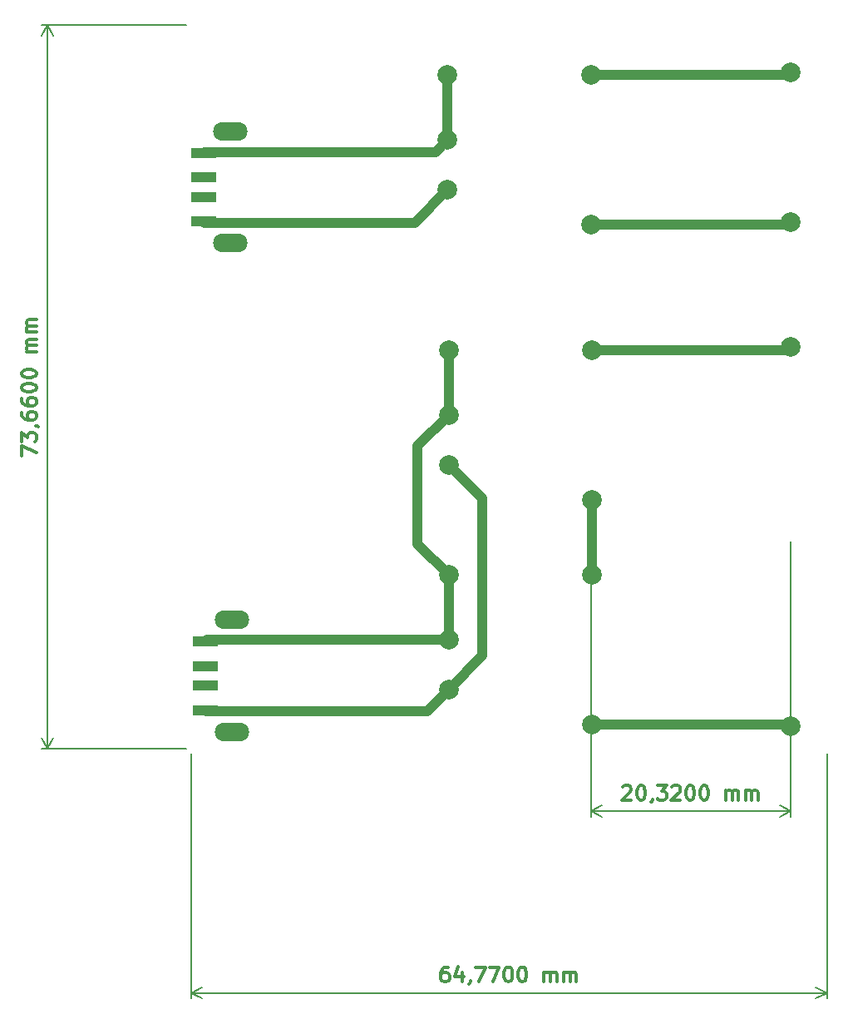
<source format=gbr>
%TF.GenerationSoftware,KiCad,Pcbnew,6.0.2+dfsg-1*%
%TF.CreationDate,2023-03-22T09:54:04+01:00*%
%TF.ProjectId,pcbfinal,70636266-696e-4616-9c2e-6b696361645f,rev?*%
%TF.SameCoordinates,Original*%
%TF.FileFunction,Copper,L1,Top*%
%TF.FilePolarity,Positive*%
%FSLAX46Y46*%
G04 Gerber Fmt 4.6, Leading zero omitted, Abs format (unit mm)*
G04 Created by KiCad (PCBNEW 6.0.2+dfsg-1) date 2023-03-22 09:54:04*
%MOMM*%
%LPD*%
G01*
G04 APERTURE LIST*
%ADD10C,0.300000*%
%TA.AperFunction,NonConductor*%
%ADD11C,0.300000*%
%TD*%
%TA.AperFunction,NonConductor*%
%ADD12C,0.200000*%
%TD*%
%TA.AperFunction,ComponentPad*%
%ADD13C,2.000000*%
%TD*%
%TA.AperFunction,SMDPad,CuDef*%
%ADD14R,2.500000X1.100000*%
%TD*%
%TA.AperFunction,ComponentPad*%
%ADD15O,3.500000X1.900000*%
%TD*%
%TA.AperFunction,Conductor*%
%ADD16C,1.000000*%
%TD*%
G04 APERTURE END LIST*
D10*
D11*
X112186571Y-83200000D02*
X112186571Y-82200000D01*
X113686571Y-82842857D01*
X112186571Y-81771428D02*
X112186571Y-80842857D01*
X112758000Y-81342857D01*
X112758000Y-81128571D01*
X112829428Y-80985714D01*
X112900857Y-80914285D01*
X113043714Y-80842857D01*
X113400857Y-80842857D01*
X113543714Y-80914285D01*
X113615142Y-80985714D01*
X113686571Y-81128571D01*
X113686571Y-81557142D01*
X113615142Y-81700000D01*
X113543714Y-81771428D01*
X113615142Y-80128571D02*
X113686571Y-80128571D01*
X113829428Y-80200000D01*
X113900857Y-80271428D01*
X112186571Y-78842857D02*
X112186571Y-79128571D01*
X112258000Y-79271428D01*
X112329428Y-79342857D01*
X112543714Y-79485714D01*
X112829428Y-79557142D01*
X113400857Y-79557142D01*
X113543714Y-79485714D01*
X113615142Y-79414285D01*
X113686571Y-79271428D01*
X113686571Y-78985714D01*
X113615142Y-78842857D01*
X113543714Y-78771428D01*
X113400857Y-78700000D01*
X113043714Y-78700000D01*
X112900857Y-78771428D01*
X112829428Y-78842857D01*
X112758000Y-78985714D01*
X112758000Y-79271428D01*
X112829428Y-79414285D01*
X112900857Y-79485714D01*
X113043714Y-79557142D01*
X112186571Y-77414285D02*
X112186571Y-77700000D01*
X112258000Y-77842857D01*
X112329428Y-77914285D01*
X112543714Y-78057142D01*
X112829428Y-78128571D01*
X113400857Y-78128571D01*
X113543714Y-78057142D01*
X113615142Y-77985714D01*
X113686571Y-77842857D01*
X113686571Y-77557142D01*
X113615142Y-77414285D01*
X113543714Y-77342857D01*
X113400857Y-77271428D01*
X113043714Y-77271428D01*
X112900857Y-77342857D01*
X112829428Y-77414285D01*
X112758000Y-77557142D01*
X112758000Y-77842857D01*
X112829428Y-77985714D01*
X112900857Y-78057142D01*
X113043714Y-78128571D01*
X112186571Y-76342857D02*
X112186571Y-76200000D01*
X112258000Y-76057142D01*
X112329428Y-75985714D01*
X112472285Y-75914285D01*
X112758000Y-75842857D01*
X113115142Y-75842857D01*
X113400857Y-75914285D01*
X113543714Y-75985714D01*
X113615142Y-76057142D01*
X113686571Y-76200000D01*
X113686571Y-76342857D01*
X113615142Y-76485714D01*
X113543714Y-76557142D01*
X113400857Y-76628571D01*
X113115142Y-76700000D01*
X112758000Y-76700000D01*
X112472285Y-76628571D01*
X112329428Y-76557142D01*
X112258000Y-76485714D01*
X112186571Y-76342857D01*
X112186571Y-74914285D02*
X112186571Y-74771428D01*
X112258000Y-74628571D01*
X112329428Y-74557142D01*
X112472285Y-74485714D01*
X112758000Y-74414285D01*
X113115142Y-74414285D01*
X113400857Y-74485714D01*
X113543714Y-74557142D01*
X113615142Y-74628571D01*
X113686571Y-74771428D01*
X113686571Y-74914285D01*
X113615142Y-75057142D01*
X113543714Y-75128571D01*
X113400857Y-75200000D01*
X113115142Y-75271428D01*
X112758000Y-75271428D01*
X112472285Y-75200000D01*
X112329428Y-75128571D01*
X112258000Y-75057142D01*
X112186571Y-74914285D01*
X113686571Y-72628571D02*
X112686571Y-72628571D01*
X112829428Y-72628571D02*
X112758000Y-72557142D01*
X112686571Y-72414285D01*
X112686571Y-72200000D01*
X112758000Y-72057142D01*
X112900857Y-71985714D01*
X113686571Y-71985714D01*
X112900857Y-71985714D02*
X112758000Y-71914285D01*
X112686571Y-71771428D01*
X112686571Y-71557142D01*
X112758000Y-71414285D01*
X112900857Y-71342857D01*
X113686571Y-71342857D01*
X113686571Y-70628571D02*
X112686571Y-70628571D01*
X112829428Y-70628571D02*
X112758000Y-70557142D01*
X112686571Y-70414285D01*
X112686571Y-70200000D01*
X112758000Y-70057142D01*
X112900857Y-69985714D01*
X113686571Y-69985714D01*
X112900857Y-69985714D02*
X112758000Y-69914285D01*
X112686571Y-69771428D01*
X112686571Y-69557142D01*
X112758000Y-69414285D01*
X112900857Y-69342857D01*
X113686571Y-69342857D01*
D12*
X128929521Y-113030000D02*
X114221580Y-113030000D01*
X128929521Y-39370000D02*
X114221580Y-39370000D01*
X114808000Y-113030000D02*
X114808000Y-39370000D01*
X114808000Y-113030000D02*
X114808000Y-39370000D01*
X114808000Y-113030000D02*
X115394421Y-111903496D01*
X114808000Y-113030000D02*
X114221579Y-111903496D01*
X114808000Y-39370000D02*
X114221579Y-40496504D01*
X114808000Y-39370000D02*
X115394421Y-40496504D01*
D10*
D11*
X155600235Y-135252568D02*
X155314521Y-135252568D01*
X155171663Y-135323997D01*
X155100235Y-135395425D01*
X154957378Y-135609711D01*
X154885949Y-135895425D01*
X154885949Y-136466854D01*
X154957378Y-136609711D01*
X155028806Y-136681139D01*
X155171663Y-136752568D01*
X155457378Y-136752568D01*
X155600235Y-136681139D01*
X155671663Y-136609711D01*
X155743092Y-136466854D01*
X155743092Y-136109711D01*
X155671663Y-135966854D01*
X155600235Y-135895425D01*
X155457378Y-135823997D01*
X155171663Y-135823997D01*
X155028806Y-135895425D01*
X154957378Y-135966854D01*
X154885949Y-136109711D01*
X157028806Y-135752568D02*
X157028806Y-136752568D01*
X156671663Y-135181139D02*
X156314521Y-136252568D01*
X157243092Y-136252568D01*
X157885949Y-136681139D02*
X157885949Y-136752568D01*
X157814521Y-136895425D01*
X157743092Y-136966854D01*
X158385949Y-135252568D02*
X159385949Y-135252568D01*
X158743092Y-136752568D01*
X159814521Y-135252568D02*
X160814521Y-135252568D01*
X160171663Y-136752568D01*
X161671663Y-135252568D02*
X161814521Y-135252568D01*
X161957378Y-135323997D01*
X162028806Y-135395425D01*
X162100235Y-135538282D01*
X162171663Y-135823997D01*
X162171663Y-136181139D01*
X162100235Y-136466854D01*
X162028806Y-136609711D01*
X161957378Y-136681139D01*
X161814521Y-136752568D01*
X161671663Y-136752568D01*
X161528806Y-136681139D01*
X161457378Y-136609711D01*
X161385949Y-136466854D01*
X161314521Y-136181139D01*
X161314521Y-135823997D01*
X161385949Y-135538282D01*
X161457378Y-135395425D01*
X161528806Y-135323997D01*
X161671663Y-135252568D01*
X163100235Y-135252568D02*
X163243092Y-135252568D01*
X163385949Y-135323997D01*
X163457378Y-135395425D01*
X163528806Y-135538282D01*
X163600235Y-135823997D01*
X163600235Y-136181139D01*
X163528806Y-136466854D01*
X163457378Y-136609711D01*
X163385949Y-136681139D01*
X163243092Y-136752568D01*
X163100235Y-136752568D01*
X162957378Y-136681139D01*
X162885949Y-136609711D01*
X162814521Y-136466854D01*
X162743092Y-136181139D01*
X162743092Y-135823997D01*
X162814521Y-135538282D01*
X162885949Y-135395425D01*
X162957378Y-135323997D01*
X163100235Y-135252568D01*
X165385949Y-136752568D02*
X165385949Y-135752568D01*
X165385949Y-135895425D02*
X165457378Y-135823997D01*
X165600235Y-135752568D01*
X165814521Y-135752568D01*
X165957378Y-135823997D01*
X166028806Y-135966854D01*
X166028806Y-136752568D01*
X166028806Y-135966854D02*
X166100235Y-135823997D01*
X166243092Y-135752568D01*
X166457378Y-135752568D01*
X166600235Y-135823997D01*
X166671663Y-135966854D01*
X166671663Y-136752568D01*
X167385949Y-136752568D02*
X167385949Y-135752568D01*
X167385949Y-135895425D02*
X167457378Y-135823997D01*
X167600235Y-135752568D01*
X167814521Y-135752568D01*
X167957378Y-135823997D01*
X168028806Y-135966854D01*
X168028806Y-136752568D01*
X168028806Y-135966854D02*
X168100235Y-135823997D01*
X168243092Y-135752568D01*
X168457378Y-135752568D01*
X168600235Y-135823997D01*
X168671663Y-135966854D01*
X168671663Y-136752568D01*
D12*
X129429521Y-113530000D02*
X129429521Y-138460417D01*
X194199521Y-113530000D02*
X194199521Y-138460417D01*
X129429521Y-137873997D02*
X194199521Y-137873997D01*
X129429521Y-137873997D02*
X194199521Y-137873997D01*
X129429521Y-137873997D02*
X130556025Y-138460418D01*
X129429521Y-137873997D02*
X130556025Y-137287576D01*
X194199521Y-137873997D02*
X193073017Y-137287576D01*
X194199521Y-137873997D02*
X193073017Y-138460418D01*
D10*
D11*
X173411428Y-116901428D02*
X173482857Y-116830000D01*
X173625714Y-116758571D01*
X173982857Y-116758571D01*
X174125714Y-116830000D01*
X174197142Y-116901428D01*
X174268571Y-117044285D01*
X174268571Y-117187142D01*
X174197142Y-117401428D01*
X173340000Y-118258571D01*
X174268571Y-118258571D01*
X175197142Y-116758571D02*
X175340000Y-116758571D01*
X175482857Y-116830000D01*
X175554285Y-116901428D01*
X175625714Y-117044285D01*
X175697142Y-117330000D01*
X175697142Y-117687142D01*
X175625714Y-117972857D01*
X175554285Y-118115714D01*
X175482857Y-118187142D01*
X175340000Y-118258571D01*
X175197142Y-118258571D01*
X175054285Y-118187142D01*
X174982857Y-118115714D01*
X174911428Y-117972857D01*
X174840000Y-117687142D01*
X174840000Y-117330000D01*
X174911428Y-117044285D01*
X174982857Y-116901428D01*
X175054285Y-116830000D01*
X175197142Y-116758571D01*
X176411428Y-118187142D02*
X176411428Y-118258571D01*
X176340000Y-118401428D01*
X176268571Y-118472857D01*
X176911428Y-116758571D02*
X177840000Y-116758571D01*
X177340000Y-117330000D01*
X177554285Y-117330000D01*
X177697142Y-117401428D01*
X177768571Y-117472857D01*
X177840000Y-117615714D01*
X177840000Y-117972857D01*
X177768571Y-118115714D01*
X177697142Y-118187142D01*
X177554285Y-118258571D01*
X177125714Y-118258571D01*
X176982857Y-118187142D01*
X176911428Y-118115714D01*
X178411428Y-116901428D02*
X178482857Y-116830000D01*
X178625714Y-116758571D01*
X178982857Y-116758571D01*
X179125714Y-116830000D01*
X179197142Y-116901428D01*
X179268571Y-117044285D01*
X179268571Y-117187142D01*
X179197142Y-117401428D01*
X178340000Y-118258571D01*
X179268571Y-118258571D01*
X180197142Y-116758571D02*
X180340000Y-116758571D01*
X180482857Y-116830000D01*
X180554285Y-116901428D01*
X180625714Y-117044285D01*
X180697142Y-117330000D01*
X180697142Y-117687142D01*
X180625714Y-117972857D01*
X180554285Y-118115714D01*
X180482857Y-118187142D01*
X180340000Y-118258571D01*
X180197142Y-118258571D01*
X180054285Y-118187142D01*
X179982857Y-118115714D01*
X179911428Y-117972857D01*
X179840000Y-117687142D01*
X179840000Y-117330000D01*
X179911428Y-117044285D01*
X179982857Y-116901428D01*
X180054285Y-116830000D01*
X180197142Y-116758571D01*
X181625714Y-116758571D02*
X181768571Y-116758571D01*
X181911428Y-116830000D01*
X181982857Y-116901428D01*
X182054285Y-117044285D01*
X182125714Y-117330000D01*
X182125714Y-117687142D01*
X182054285Y-117972857D01*
X181982857Y-118115714D01*
X181911428Y-118187142D01*
X181768571Y-118258571D01*
X181625714Y-118258571D01*
X181482857Y-118187142D01*
X181411428Y-118115714D01*
X181340000Y-117972857D01*
X181268571Y-117687142D01*
X181268571Y-117330000D01*
X181340000Y-117044285D01*
X181411428Y-116901428D01*
X181482857Y-116830000D01*
X181625714Y-116758571D01*
X183911428Y-118258571D02*
X183911428Y-117258571D01*
X183911428Y-117401428D02*
X183982857Y-117330000D01*
X184125714Y-117258571D01*
X184340000Y-117258571D01*
X184482857Y-117330000D01*
X184554285Y-117472857D01*
X184554285Y-118258571D01*
X184554285Y-117472857D02*
X184625714Y-117330000D01*
X184768571Y-117258571D01*
X184982857Y-117258571D01*
X185125714Y-117330000D01*
X185197142Y-117472857D01*
X185197142Y-118258571D01*
X185911428Y-118258571D02*
X185911428Y-117258571D01*
X185911428Y-117401428D02*
X185982857Y-117330000D01*
X186125714Y-117258571D01*
X186340000Y-117258571D01*
X186482857Y-117330000D01*
X186554285Y-117472857D01*
X186554285Y-118258571D01*
X186554285Y-117472857D02*
X186625714Y-117330000D01*
X186768571Y-117258571D01*
X186982857Y-117258571D01*
X187125714Y-117330000D01*
X187197142Y-117472857D01*
X187197142Y-118258571D01*
D12*
X170180000Y-91940000D02*
X170180000Y-119966420D01*
X190500000Y-91940000D02*
X190500000Y-119966420D01*
X170180000Y-119380000D02*
X190500000Y-119380000D01*
X170180000Y-119380000D02*
X190500000Y-119380000D01*
X170180000Y-119380000D02*
X171306504Y-119966421D01*
X170180000Y-119380000D02*
X171306504Y-118793579D01*
X190500000Y-119380000D02*
X189373496Y-118793579D01*
X190500000Y-119380000D02*
X189373496Y-119966421D01*
D13*
%TO.P,,4,HV_RTN*%
%TO.N,unconnected-(U3-Pad4)*%
X190500000Y-44196000D03*
%TD*%
%TO.P,,3,HV_OUT*%
%TO.N,unconnected-(U3-Pad3)*%
X190500000Y-59436000D03*
%TD*%
%TO.P,,4,HV_RTN*%
%TO.N,unconnected-(U1-Pad4)*%
X190500000Y-72136000D03*
%TD*%
%TO.P,,3,HV_OUT*%
%TO.N,unconnected-(U2-Pad3)*%
X190500000Y-110744000D03*
%TD*%
%TO.P,U3,1,-*%
%TO.N,Net-(J2-Pad4)*%
X155570000Y-56130000D03*
%TO.P,U3,2,+*%
%TO.N,Net-(J2-Pad1)*%
X155570000Y-51050000D03*
%TO.P,U3,3,HV_OUT*%
%TO.N,unconnected-(U3-Pad3)*%
X170180000Y-59690000D03*
%TO.P,U3,4,HV_RTN*%
%TO.N,unconnected-(U3-Pad4)*%
X170180000Y-44450000D03*
%TO.P,U3,5,CTRL*%
%TO.N,Net-(J2-Pad1)*%
X155570000Y-44450000D03*
%TD*%
D14*
%TO.P,J1,1,VBUS*%
%TO.N,Net-(J1-Pad1)*%
X130854000Y-102120479D03*
%TO.P,J1,2,D-*%
%TO.N,unconnected-(J1-Pad2)*%
X130854000Y-104620479D03*
%TO.P,J1,3,D+*%
%TO.N,unconnected-(J1-Pad3)*%
X130854000Y-106620479D03*
%TO.P,J1,4,GND*%
%TO.N,Net-(J1-Pad4)*%
X130854000Y-109120479D03*
D15*
%TO.P,J1,5,Shield*%
%TO.N,unconnected-(J1-Pad5)*%
X133604000Y-111320479D03*
X133604000Y-99920479D03*
%TD*%
D14*
%TO.P,J2,1,VBUS*%
%TO.N,Net-(J2-Pad1)*%
X130685000Y-52380000D03*
%TO.P,J2,2,D-*%
%TO.N,unconnected-(J2-Pad2)*%
X130685000Y-54880000D03*
%TO.P,J2,3,D+*%
%TO.N,unconnected-(J2-Pad3)*%
X130685000Y-56880000D03*
%TO.P,J2,4,GND*%
%TO.N,Net-(J2-Pad4)*%
X130685000Y-59380000D03*
D15*
%TO.P,J2,5,Shield*%
%TO.N,unconnected-(J2-Pad5)*%
X133435000Y-50180000D03*
X133435000Y-61580000D03*
%TD*%
D13*
%TO.P,U2,1,-*%
%TO.N,Net-(J1-Pad4)*%
X155680479Y-106998479D03*
%TO.P,U2,2,+*%
%TO.N,Net-(J1-Pad1)*%
X155680479Y-101918479D03*
%TO.P,U2,3,HV_OUT*%
%TO.N,unconnected-(U2-Pad3)*%
X170290479Y-110558479D03*
%TO.P,U2,4,HV_RTN*%
%TO.N,Net-(U1-Pad3)*%
X170290479Y-95318479D03*
%TO.P,U2,5,CTRL*%
%TO.N,Net-(J1-Pad1)*%
X155680479Y-95318479D03*
%TD*%
%TO.P,U1,1,-*%
%TO.N,Net-(J1-Pad4)*%
X155680479Y-84138479D03*
%TO.P,U1,2,+*%
%TO.N,Net-(J1-Pad1)*%
X155680479Y-79058479D03*
%TO.P,U1,3,HV_OUT*%
%TO.N,Net-(U1-Pad3)*%
X170290479Y-87698479D03*
%TO.P,U1,4,HV_RTN*%
%TO.N,unconnected-(U1-Pad4)*%
X170290479Y-72458479D03*
%TO.P,U1,5,CTRL*%
%TO.N,Net-(J1-Pad1)*%
X155680479Y-72458479D03*
%TD*%
D16*
%TO.N,unconnected-(U2-Pad3)*%
X190431521Y-110558479D02*
X190500000Y-110490000D01*
X170290479Y-110558479D02*
X190431521Y-110558479D01*
%TO.N,Net-(J1-Pad4)*%
X130854000Y-109120479D02*
X130953521Y-109220000D01*
X130953521Y-109220000D02*
X153458958Y-109220000D01*
X153458958Y-109220000D02*
X155680479Y-106998479D01*
%TO.N,Net-(J1-Pad1)*%
X130854000Y-102120479D02*
X131056000Y-101918479D01*
X131056000Y-101918479D02*
X155680479Y-101918479D01*
%TO.N,unconnected-(U3-Pad4)*%
X170180000Y-44450000D02*
X190500000Y-44450000D01*
%TO.N,unconnected-(U3-Pad3)*%
X170180000Y-59690000D02*
X190500000Y-59690000D01*
%TO.N,unconnected-(U1-Pad4)*%
X170290479Y-72458479D02*
X190431521Y-72458479D01*
X190431521Y-72458479D02*
X190500000Y-72390000D01*
%TO.N,Net-(J1-Pad4)*%
X155680479Y-106998479D02*
X159114479Y-103564479D01*
X159114479Y-103564479D02*
X159114479Y-87572479D01*
X159114479Y-87572479D02*
X155680479Y-84138479D01*
%TO.N,Net-(U1-Pad3)*%
X170290479Y-95318479D02*
X170290479Y-87698479D01*
%TO.N,Net-(J1-Pad1)*%
X155680479Y-95318479D02*
X152510479Y-92148479D01*
X152510479Y-92148479D02*
X152510479Y-82228479D01*
X152510479Y-82228479D02*
X155680479Y-79058479D01*
X155680479Y-79058479D02*
X155680479Y-72458479D01*
X155680479Y-101918479D02*
X155680479Y-95318479D01*
%TO.N,Net-(J2-Pad4)*%
X130685000Y-59380000D02*
X130784521Y-59479521D01*
X130784521Y-59479521D02*
X152220479Y-59479521D01*
X152220479Y-59479521D02*
X155570000Y-56130000D01*
%TO.N,Net-(J2-Pad1)*%
X155570000Y-51050000D02*
X155570000Y-44450000D01*
X154339521Y-52280479D02*
X155570000Y-51050000D01*
X130784521Y-52280479D02*
X154339521Y-52280479D01*
X130685000Y-52380000D02*
X130784521Y-52280479D01*
%TD*%
M02*

</source>
